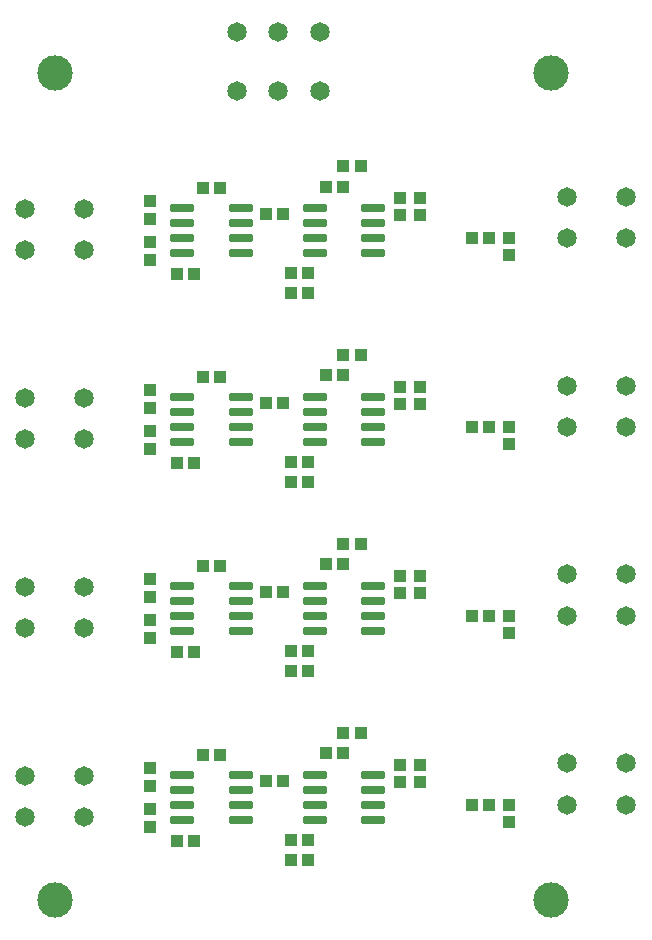
<source format=gbr>
G04*
G04 #@! TF.GenerationSoftware,Altium Limited,Altium Designer,25.1.2 (22)*
G04*
G04 Layer_Color=255*
%FSLAX25Y25*%
%MOIN*%
G70*
G04*
G04 #@! TF.SameCoordinates,F9270A21-815C-4611-AB15-1A1B74E7ADE5*
G04*
G04*
G04 #@! TF.FilePolarity,Positive*
G04*
G01*
G75*
%ADD14R,0.04095X0.04016*%
G04:AMPARAMS|DCode=15|XSize=77.56mil|YSize=23.62mil|CornerRadius=2.95mil|HoleSize=0mil|Usage=FLASHONLY|Rotation=0.000|XOffset=0mil|YOffset=0mil|HoleType=Round|Shape=RoundedRectangle|*
%AMROUNDEDRECTD15*
21,1,0.07756,0.01772,0,0,0.0*
21,1,0.07165,0.02362,0,0,0.0*
1,1,0.00591,0.03583,-0.00886*
1,1,0.00591,-0.03583,-0.00886*
1,1,0.00591,-0.03583,0.00886*
1,1,0.00591,0.03583,0.00886*
%
%ADD15ROUNDEDRECTD15*%
%ADD16R,0.04016X0.04095*%
%ADD24C,0.11811*%
%ADD25C,0.06496*%
D14*
X168465Y244291D02*
D03*
X174252D02*
D03*
X125650Y79134D02*
D03*
X131437D02*
D03*
X105650Y63287D02*
D03*
X99862D02*
D03*
X84587Y72047D02*
D03*
X78799D02*
D03*
X84587Y135039D02*
D03*
X78799D02*
D03*
X105650Y126279D02*
D03*
X99862D02*
D03*
X125630Y135433D02*
D03*
X119843D02*
D03*
X125650Y142126D02*
D03*
X131437D02*
D03*
X84587Y198031D02*
D03*
X78799D02*
D03*
X105650Y189272D02*
D03*
X99862D02*
D03*
X125630Y198425D02*
D03*
X119843D02*
D03*
X125650Y205118D02*
D03*
X131437D02*
D03*
X84587Y261024D02*
D03*
X78799D02*
D03*
X168465Y55315D02*
D03*
X174252D02*
D03*
X125630Y72441D02*
D03*
X119843D02*
D03*
X113917Y37008D02*
D03*
X108130D02*
D03*
X113917Y43701D02*
D03*
X108130D02*
D03*
X70138Y43307D02*
D03*
X75925D02*
D03*
X168465Y118307D02*
D03*
X174252D02*
D03*
X113917Y100000D02*
D03*
X108130D02*
D03*
X113917Y106693D02*
D03*
X108130D02*
D03*
X70138Y106299D02*
D03*
X75925D02*
D03*
X168465Y181299D02*
D03*
X174252D02*
D03*
X113917Y162992D02*
D03*
X108130D02*
D03*
X113917Y169685D02*
D03*
X108130D02*
D03*
X70138Y169291D02*
D03*
X75925D02*
D03*
X125630Y261417D02*
D03*
X119843D02*
D03*
X125650Y268110D02*
D03*
X131437D02*
D03*
X113917Y225984D02*
D03*
X108130D02*
D03*
X113917Y232677D02*
D03*
X108130D02*
D03*
X70138Y232283D02*
D03*
X75925D02*
D03*
X105650Y252264D02*
D03*
X99862D02*
D03*
D15*
X135709Y191358D02*
D03*
Y186358D02*
D03*
Y181358D02*
D03*
Y176358D02*
D03*
X116260D02*
D03*
Y181358D02*
D03*
Y186358D02*
D03*
Y191358D02*
D03*
X91496Y65236D02*
D03*
Y60236D02*
D03*
Y55236D02*
D03*
Y50236D02*
D03*
X72047D02*
D03*
Y55236D02*
D03*
Y60236D02*
D03*
Y65236D02*
D03*
X91496Y128228D02*
D03*
Y123228D02*
D03*
Y118228D02*
D03*
Y113228D02*
D03*
X72047D02*
D03*
Y118228D02*
D03*
Y123228D02*
D03*
Y128228D02*
D03*
X135709Y128366D02*
D03*
Y123366D02*
D03*
Y118366D02*
D03*
Y113366D02*
D03*
X116260D02*
D03*
Y118366D02*
D03*
Y123366D02*
D03*
Y128366D02*
D03*
X91496Y191220D02*
D03*
Y186221D02*
D03*
Y181220D02*
D03*
Y176221D02*
D03*
X72047D02*
D03*
Y181220D02*
D03*
Y186221D02*
D03*
Y191220D02*
D03*
X135709Y65374D02*
D03*
Y60374D02*
D03*
Y55374D02*
D03*
Y50374D02*
D03*
X116260D02*
D03*
Y55374D02*
D03*
Y60374D02*
D03*
Y65374D02*
D03*
X135709Y254350D02*
D03*
Y249350D02*
D03*
Y244350D02*
D03*
Y239350D02*
D03*
X116260D02*
D03*
Y244350D02*
D03*
Y249350D02*
D03*
Y254350D02*
D03*
X91496Y254213D02*
D03*
Y249213D02*
D03*
Y244213D02*
D03*
Y239213D02*
D03*
X72047D02*
D03*
Y244213D02*
D03*
Y249213D02*
D03*
Y254213D02*
D03*
D16*
X181004Y49468D02*
D03*
Y55256D02*
D03*
X61417Y130453D02*
D03*
Y124665D02*
D03*
Y193445D02*
D03*
Y187657D02*
D03*
X181004Y175453D02*
D03*
Y181240D02*
D03*
X144488Y62854D02*
D03*
Y68642D02*
D03*
X151181Y62854D02*
D03*
Y68642D02*
D03*
X181004Y112461D02*
D03*
Y118248D02*
D03*
X61417Y53780D02*
D03*
Y47992D02*
D03*
Y67461D02*
D03*
Y61673D02*
D03*
X151181Y125847D02*
D03*
Y131634D02*
D03*
X144488Y125847D02*
D03*
Y131634D02*
D03*
X61417Y116772D02*
D03*
Y110984D02*
D03*
X151181Y188839D02*
D03*
Y194626D02*
D03*
X144488Y188839D02*
D03*
Y194626D02*
D03*
X61417Y179764D02*
D03*
Y173976D02*
D03*
Y256437D02*
D03*
Y250650D02*
D03*
X181004Y238445D02*
D03*
Y244232D02*
D03*
X151181Y251831D02*
D03*
Y257618D02*
D03*
X144488Y251831D02*
D03*
Y257618D02*
D03*
X61417Y242756D02*
D03*
Y236968D02*
D03*
D24*
X194882Y299213D02*
D03*
X29528D02*
D03*
X194882Y23622D02*
D03*
X29528D02*
D03*
D25*
X117815Y312992D02*
D03*
Y293307D02*
D03*
X104035Y312992D02*
D03*
Y293307D02*
D03*
X90256Y312992D02*
D03*
Y293307D02*
D03*
X19685Y190945D02*
D03*
X39370D02*
D03*
X19685Y177165D02*
D03*
X39370D02*
D03*
X19685Y253937D02*
D03*
X39370D02*
D03*
X19685Y240158D02*
D03*
X39370D02*
D03*
X220079Y244291D02*
D03*
X200394D02*
D03*
X220079Y258071D02*
D03*
X200394D02*
D03*
X220079Y181299D02*
D03*
X200394D02*
D03*
X220079Y195079D02*
D03*
X200394D02*
D03*
X19685Y127953D02*
D03*
X39370D02*
D03*
X19685Y114173D02*
D03*
X39370D02*
D03*
X220079Y118307D02*
D03*
X200394D02*
D03*
X220079Y132087D02*
D03*
X200394D02*
D03*
X19685Y64961D02*
D03*
X39370D02*
D03*
X19685Y51181D02*
D03*
X39370D02*
D03*
X220079Y55315D02*
D03*
X200394D02*
D03*
X220079Y69095D02*
D03*
X200394D02*
D03*
M02*

</source>
